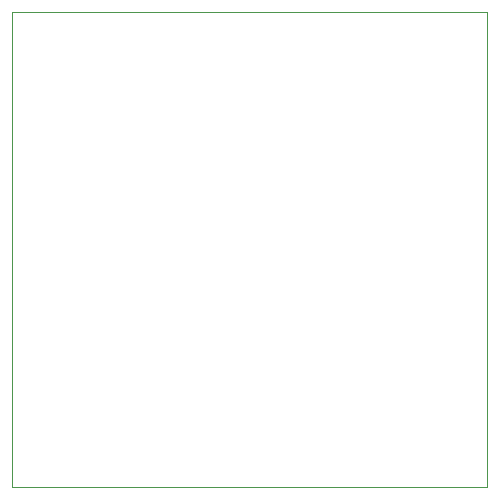
<source format=gbr>
%TF.GenerationSoftware,Altium Limited,Altium Designer,22.10.1 (41)*%
G04 Layer_Color=0*
%FSLAX45Y45*%
%MOMM*%
%TF.SameCoordinates,8809E69D-4E27-4A4C-B9B4-EFB0CAEE90D1*%
%TF.FilePolarity,Positive*%
%TF.FileFunction,Profile,NP*%
%TF.Part,Single*%
G01*
G75*
%TA.AperFunction,Profile*%
%ADD90C,0.02540*%
D90*
X4020000D01*
Y4020000D01*
X0D01*
Y0D01*
%TF.MD5,a1dfba2fc5866a8f7ffdacacacba9bfe*%
M02*

</source>
